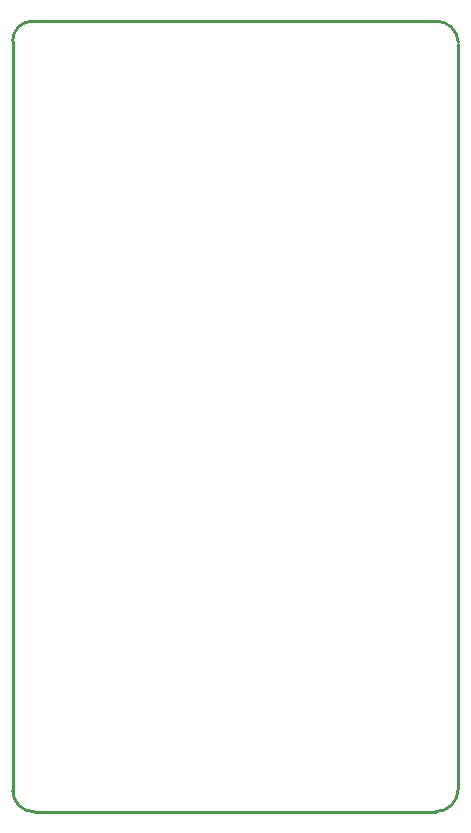
<source format=gm1>
G04*
G04 #@! TF.GenerationSoftware,Altium Limited,Altium Designer,24.1.2 (44)*
G04*
G04 Layer_Color=16711935*
%FSLAX44Y44*%
%MOMM*%
G71*
G04*
G04 #@! TF.SameCoordinates,8B991FCA-0915-420C-AD92-161D74BCA782*
G04*
G04*
G04 #@! TF.FilePolarity,Positive*
G04*
G01*
G75*
%ADD52C,0.2540*%
D52*
X384810Y167640D02*
G03*
X403860Y186690I0J19050D01*
G01*
X26670Y185420D02*
G03*
X44450Y167640I17780J0D01*
G01*
X403860Y819150D02*
G03*
X384810Y836930I-18415J-635D01*
G01*
X43180Y836930D02*
G03*
X26670Y820420I0J-16510D01*
G01*
X26670Y185420D02*
Y820420D01*
X403860Y186690D02*
Y816610D01*
X44450Y167640D02*
X384810D01*
X403860Y816610D02*
Y817880D01*
X43180Y836930D02*
X384810D01*
M02*

</source>
